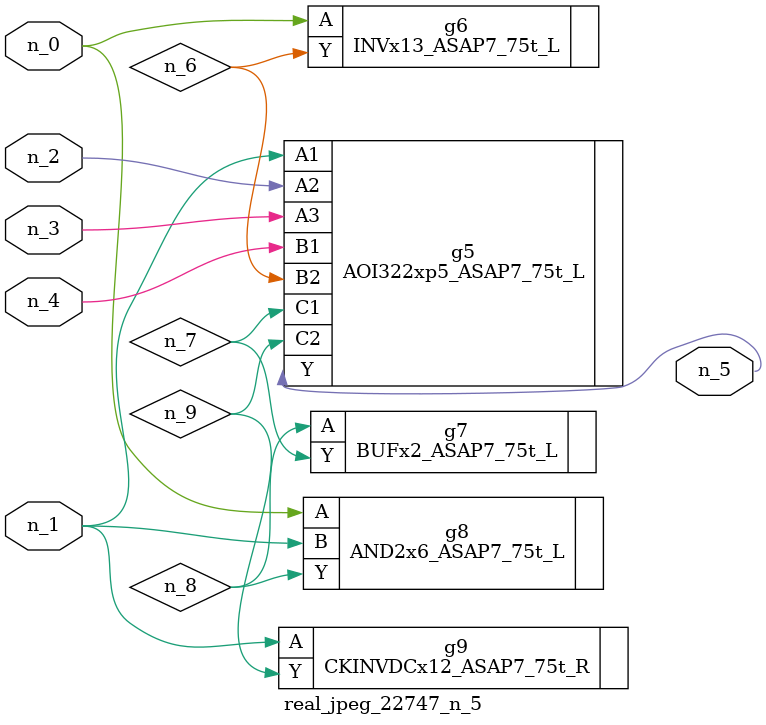
<source format=v>
module real_jpeg_22747_n_5 (n_4, n_0, n_1, n_2, n_3, n_5);

input n_4;
input n_0;
input n_1;
input n_2;
input n_3;

output n_5;

wire n_8;
wire n_6;
wire n_7;
wire n_9;

INVx13_ASAP7_75t_L g6 ( 
.A(n_0),
.Y(n_6)
);

AND2x6_ASAP7_75t_L g8 ( 
.A(n_0),
.B(n_1),
.Y(n_8)
);

AOI322xp5_ASAP7_75t_L g5 ( 
.A1(n_1),
.A2(n_2),
.A3(n_3),
.B1(n_4),
.B2(n_6),
.C1(n_7),
.C2(n_9),
.Y(n_5)
);

CKINVDCx12_ASAP7_75t_R g9 ( 
.A(n_1),
.Y(n_9)
);

BUFx2_ASAP7_75t_L g7 ( 
.A(n_8),
.Y(n_7)
);


endmodule
</source>
